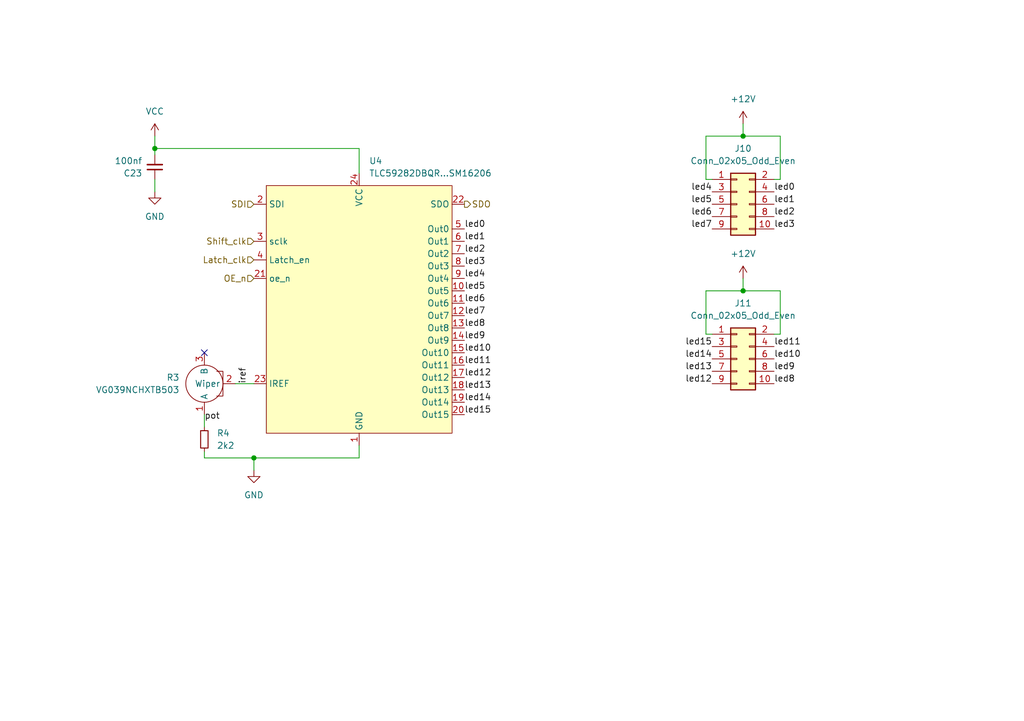
<source format=kicad_sch>
(kicad_sch (version 20211123) (generator eeschema)
  (paper "A5")
  (title_block (title "Kato Switchboard v2") (date "jan23") (rev "1") (company "Erwin Peterlin"))
  (lib_symbols
    (symbol "Connector_Generic:Conn_02x05_Odd_Even" (pin_names (offset 1.016) hide)
      (property "Reference" "J" (at 1.27 7.62 0))
      (property "Value" "Conn_02x05_Odd_Even" (at 1.27 -7.62 0))
      (symbol "Conn_02x05_Odd_Even_1_1"
        (rectangle (start -1.27 -4.953) (end 0 -5.207) (stroke (width 0.1524)))
        (rectangle (start -1.27 -2.413) (end 0 -2.667) (stroke (width 0.1524)))
        (rectangle (start -1.27 0.127) (end 0 -0.127) (stroke (width 0.1524)))
        (rectangle (start -1.27 2.667) (end 0 2.413) (stroke (width 0.1524)))
        (rectangle (start -1.27 5.207) (end 0 4.953) (stroke (width 0.1524)))
        (rectangle (start -1.27 6.35) (end 3.81 -6.35) (stroke (width 0.254)) (fill (type background)))
        (rectangle (start 3.81 -4.953) (end 2.54 -5.207) (stroke (width 0.1524)))
        (rectangle (start 3.81 -2.413) (end 2.54 -2.667) (stroke (width 0.1524)))
        (rectangle (start 3.81 0.127) (end 2.54 -0.127) (stroke (width 0.1524)))
        (rectangle (start 3.81 2.667) (end 2.54 2.413) (stroke (width 0.1524)))
        (rectangle (start 3.81 5.207) (end 2.54 4.953) (stroke (width 0.1524)))
        (pin passive line (at -5.08 5.08 0) (length 3.81) (name "Pin_1") (number "1"))
        (pin passive line (at 7.62 -5.08 180) (length 3.81) (name "Pin_10") (number "10"))
        (pin passive line (at 7.62 5.08 180) (length 3.81) (name "Pin_2") (number "2"))
        (pin passive line (at -5.08 2.54 0) (length 3.81) (name "Pin_3") (number "3"))
        (pin passive line (at 7.62 2.54 180) (length 3.81) (name "Pin_4") (number "4"))
        (pin passive line (at -5.08 0 0) (length 3.81) (name "Pin_5") (number "5"))
        (pin passive line (at 7.62 0 180) (length 3.81) (name "Pin_6") (number "6"))
        (pin passive line (at -5.08 -2.54 0) (length 3.81) (name "Pin_7") (number "7"))
        (pin passive line (at 7.62 -2.54 180) (length 3.81) (name "Pin_8") (number "8"))
        (pin passive line (at -5.08 -5.08 0) (length 3.81) (name "Pin_9") (number "9"))
      )
    )
    (symbol "Device:C_Small" (pin_numbers hide) (pin_names (offset 0.254) hide)
      (property "Reference" "C" (at 0.254 1.778 0))
      (property "Value" "C_Small" (at 0.254 -2.032 0))
      (symbol "C_Small_0_1"
        (polyline (pts (xy -1.524 -0.508) (xy 1.524 -0.508)) (stroke (width 0.3302)))
        (polyline (pts (xy -1.524 0.508) (xy 1.524 0.508)) (stroke (width 0.3048)))
      )
      (symbol "C_Small_1_1"
        (pin passive line (at 0 2.54 270) (length 2.032) (name "~") (number "1"))
        (pin passive line (at 0 -2.54 90) (length 2.032) (name "~") (number "2"))
      )
    )
    (symbol "Device:R_Small" (pin_numbers hide) (pin_names (offset 0.254) hide)
      (property "Reference" "R" (at 0.762 0.508 0))
      (property "Value" "R_Small" (at 0.762 -1.016 0))
      (symbol "R_Small_0_1"
        (rectangle (start -0.762 1.778) (end 0.762 -1.778) (stroke (width 0.2032)))
      )
      (symbol "R_Small_1_1"
        (pin passive line (at 0 2.54 270) (length 0.762) (name "~") (number "1"))
        (pin passive line (at 0 -2.54 90) (length 0.762) (name "~") (number "2"))
      )
    )
    (symbol "_my:TLC59282DBQR...SM16206"
      (property "Reference" "U" (at 40.64 -11.43 0))
      (property "Value" "TLC59282DBQR...SM16206" (at 35.56 -8.89 0))
      (symbol "TLC59282DBQR...SM16206_0_1"
        (rectangle (start 0 -12.7) (end 38.1 -63.5) (fill (type background)))
      )
      (symbol "TLC59282DBQR...SM16206_1_1"
        (pin power_in line (at 19.05 -66.04 90) (length 2.54) (name "GND") (number "1"))
        (pin open_collector line (at 40.64 -34.29 180) (length 2.54) (name "Out5") (number "10"))
        (pin open_collector line (at 40.64 -36.83 180) (length 2.54) (name "Out6") (number "11"))
        (pin open_collector line (at 40.64 -39.37 180) (length 2.54) (name "Out7") (number "12"))
        (pin open_collector line (at 40.64 -41.91 180) (length 2.54) (name "Out8") (number "13"))
        (pin open_collector line (at 40.64 -44.45 180) (length 2.54) (name "Out9") (number "14"))
        (pin open_collector line (at 40.64 -46.99 180) (length 2.54) (name "Out10") (number "15"))
        (pin open_collector line (at 40.64 -49.53 180) (length 2.54) (name "Out11") (number "16"))
        (pin open_collector line (at 40.64 -52.07 180) (length 2.54) (name "Out12") (number "17"))
        (pin open_collector line (at 40.64 -54.61 180) (length 2.54) (name "Out13") (number "18"))
        (pin open_collector line (at 40.64 -57.15 180) (length 2.54) (name "Out14") (number "19"))
        (pin input line (at -2.54 -16.51 0) (length 2.54) (name "SDI") (number "2"))
        (pin open_collector line (at 40.64 -59.69 180) (length 2.54) (name "Out15") (number "20"))
        (pin input line (at -2.54 -31.75 0) (length 2.54) (name "oe_n") (number "21"))
        (pin output line (at 40.64 -16.51 180) (length 2.54) (name "SDO") (number "22"))
        (pin bidirectional line (at -2.54 -53.34 0) (length 2.54) (name "IREF") (number "23"))
        (pin power_in line (at 19.05 -10.16 270) (length 2.54) (name "VCC") (number "24"))
        (pin input line (at -2.54 -24.13 0) (length 2.54) (name "sclk") (number "3"))
        (pin input line (at -2.54 -27.94 0) (length 2.54) (name "Latch_en") (number "4"))
        (pin open_collector line (at 40.64 -21.59 180) (length 2.54) (name "Out0") (number "5"))
        (pin open_collector line (at 40.64 -24.13 180) (length 2.54) (name "Out1") (number "6"))
        (pin open_collector line (at 40.64 -26.67 180) (length 2.54) (name "Out2") (number "7"))
        (pin open_collector line (at 40.64 -29.21 180) (length 2.54) (name "Out3") (number "8"))
        (pin open_collector line (at 40.64 -31.75 180) (length 2.54) (name "Out4") (number "9"))
      )
    )
    (symbol "_my:VG039NCHXT"
      (property "Reference" "R" (at 0 0 0))
      (property "Value" "VG039NCHXT" (at 0 2.54 0))
      (symbol "VG039NCHXT_0_1"
        (circle (center 0 -5.08) (radius 3.81))
        (polyline (pts (xy -2.54 -7.62) (xy -2.54 -8.89) (xy 2.54 -8.89) (xy 2.54 -7.62)))
      )
      (symbol "VG039NCHXT_1_1"
        (pin bidirectional line (at -6.35 -5.08 0) (length 2.54) (name "A") (number "1"))
        (pin bidirectional line (at 0 -11.43 90) (length 2.54) (name "Wiper") (number "2"))
        (pin bidirectional line (at 6.35 -5.08 180) (length 2.54) (name "B") (number "3"))
      )
    )
    (symbol "power:+12V" (power) (pin_names (offset 0))
      (property "Value" "+12V" (at 0 3.556 0))
      (symbol "+12V_0_1"
        (polyline (pts (xy -0.762 1.27) (xy 0 2.54)))
        (polyline (pts (xy 0 0) (xy 0 2.54)))
        (polyline (pts (xy 0 2.54) (xy 0.762 1.27)))
      )
      (symbol "+12V_1_1"
        (pin power_in line (at 0 0 90) (length 0) hide (name "+12V") (number "1"))
      )
    )
    (symbol "power:GND" (power) (pin_names (offset 0))
      (property "Value" "GND" (at 0 -3.81 0))
      (symbol "GND_0_1"
        (polyline (pts (xy 0 0) (xy 0 -1.27) (xy 1.27 -1.27) (xy 0 -2.54) (xy -1.27 -1.27) (xy 0 -1.27)))
      )
      (symbol "GND_1_1"
        (pin power_in line (at 0 0 270) (length 0) hide (name "GND") (number "1"))
      )
    )
    (symbol "power:VCC" (power) (pin_names (offset 0))
      (property "Value" "VCC" (at 0 3.81 0))
      (symbol "VCC_0_1"
        (polyline (pts (xy -0.762 1.27) (xy 0 2.54)))
        (polyline (pts (xy 0 0) (xy 0 2.54)))
        (polyline (pts (xy 0 2.54) (xy 0.762 1.27)))
      )
      (symbol "VCC_1_1"
        (pin power_in line (at 0 0 90) (length 0) hide (name "VCC") (number "1"))
      )
    )
  )
  (junction (at 31.75 30.48))
  (junction (at 52.07 93.98))
  (junction (at 152.4 59.69))
  (junction (at 152.4 27.94))
  (no_connect (at 41.91 72.39))
  (wire (pts (xy 160.02 27.94) (xy 160.02 36.83)))
  (wire (pts (xy 73.66 91.44) (xy 73.66 93.98)))
  (wire (pts (xy 144.78 59.69) (xy 152.4 59.69)))
  (wire (pts (xy 41.91 92.71) (xy 41.91 93.98)))
  (wire (pts (xy 160.02 68.58) (xy 158.75 68.58)))
  (wire (pts (xy 160.02 36.83) (xy 158.75 36.83)))
  (wire (pts (xy 160.02 59.69) (xy 160.02 68.58)))
  (wire (pts (xy 144.78 68.58) (xy 144.78 59.69)))
  (wire (pts (xy 146.05 68.58) (xy 144.78 68.58)))
  (wire (pts (xy 41.91 85.09) (xy 41.91 87.63)))
  (wire (pts (xy 146.05 36.83) (xy 144.78 36.83)))
  (wire (pts (xy 52.07 93.98) (xy 41.91 93.98)))
  (wire (pts (xy 52.07 93.98) (xy 52.07 96.52)))
  (wire (pts (xy 144.78 36.83) (xy 144.78 27.94)))
  (wire (pts (xy 152.4 59.69) (xy 152.4 57.15)))
  (wire (pts (xy 73.66 30.48) (xy 73.66 35.56)))
  (wire (pts (xy 48.26 78.74) (xy 52.07 78.74)))
  (wire (pts (xy 144.78 27.94) (xy 152.4 27.94)))
  (wire (pts (xy 31.75 30.48) (xy 31.75 31.75)))
  (wire (pts (xy 31.75 27.94) (xy 31.75 30.48)))
  (wire (pts (xy 152.4 27.94) (xy 152.4 25.4)))
  (wire (pts (xy 152.4 27.94) (xy 160.02 27.94)))
  (wire (pts (xy 31.75 30.48) (xy 73.66 30.48)))
  (wire (pts (xy 73.66 93.98) (xy 52.07 93.98)))
  (wire (pts (xy 31.75 36.83) (xy 31.75 39.37)))
  (wire (pts (xy 152.4 59.69) (xy 160.02 59.69)))
  (label "led6" (at 146.05 44.45 180))
  (label "led13" (at 146.05 76.2 180))
  (label "led12" (at 146.05 78.74 180))
  (label "led11" (at 158.75 71.12 0))
  (label "led8" (at 158.75 78.74 0))
  (label "led13" (at 95.25 80.01 0))
  (label "led9" (at 158.75 76.2 0))
  (label "led3" (at 95.25 54.61 0))
  (label "pot" (at 41.91 86.36 0))
  (label "led2" (at 95.25 52.07 0))
  (label "led8" (at 95.25 67.31 0))
  (label "iref" (at 50.8 78.74 90))
  (label "led14" (at 95.25 82.55 0))
  (label "led10" (at 158.75 73.66 0))
  (label "led4" (at 95.25 57.15 0))
  (label "led6" (at 95.25 62.23 0))
  (label "led0" (at 158.75 39.37 0))
  (label "led7" (at 146.05 46.99 180))
  (label "led2" (at 158.75 44.45 0))
  (label "led12" (at 95.25 77.47 0))
  (label "led15" (at 95.25 85.09 0))
  (label "led5" (at 146.05 41.91 180))
  (label "led0" (at 95.25 46.99 0))
  (label "led10" (at 95.25 72.39 0))
  (label "led1" (at 95.25 49.53 0))
  (label "led5" (at 95.25 59.69 0))
  (label "led3" (at 158.75 46.99 0))
  (label "led15" (at 146.05 71.12 180))
  (label "led7" (at 95.25 64.77 0))
  (label "led1" (at 158.75 41.91 0))
  (label "led11" (at 95.25 74.93 0))
  (label "led9" (at 95.25 69.85 0))
  (label "led14" (at 146.05 73.66 180))
  (label "led4" (at 146.05 39.37 180))
  (hierarchical_label "Latch_clk" (shape input) (at 52.07 53.34 180))
  (hierarchical_label "OE_n" (shape input) (at 52.07 57.15 180))
  (hierarchical_label "SDO" (shape output) (at 95.25 41.91 0))
  (hierarchical_label "SDI" (shape input) (at 52.07 41.91 180))
  (hierarchical_label "Shift_clk" (shape input) (at 52.07 49.53 180))
  (symbol (lib_id "Connector_Generic:Conn_02x05_Odd_Even") (at 151.13 41.91 0) (unit 1)
    (property "Reference" "J10" (at 152.4 30.48 0))
    (property "Value" "Conn_02x05_Odd_Even" (at 152.4 33.02 0))
    (property "Footprint" "Connector_PinHeader_2.54mm:PinHeader_2x05_P2.54mm_Vertical" (effects hide))
  )
  (symbol (lib_id "power:+12V") (at 152.4 25.4 0) (unit 1)
    (property "Reference" "#PWR026" (effects hide))
    (property "Value" "+12V" (at 152.4 20.32 0))
  )
  (symbol (lib_id "_my:TLC59282DBQR...SM16206") (at 54.61 25.4 0) (unit 1)
    (property "Reference" "U4" (at 75.6794 33.02 0) (effects (justify left)))
    (property "Value" "TLC59282DBQR...SM16206" (at 75.6794 35.56 0) (effects (justify left)))
    (property "Footprint" "_my:QSOP-24_3.9x8.7mm_P0.635mm_rounded_pads" (effects hide))
    (property "Datasheet" "https://www.ti.com/lit/ds/symlink/tlc59282.pdf" (effects hide))
  )
  (symbol (lib_id "Connector_Generic:Conn_02x05_Odd_Even") (at 151.13 73.66 0) (unit 1)
    (property "Reference" "J11" (at 152.4 62.23 0))
    (property "Value" "Conn_02x05_Odd_Even" (at 152.4 64.77 0))
    (property "Footprint" "Connector_PinHeader_2.54mm:PinHeader_2x05_P2.54mm_Vertical" (effects hide))
  )
  (symbol (lib_id "Device:C_Small") (at 31.75 34.29 180) (unit 1)
    (property "Reference" "C23" (at 29.21 35.5538 0) (effects (justify left)))
    (property "Value" "100nf" (at 29.21 33.02 0) (effects (justify left)))
    (property "Footprint" "Capacitor_SMD:C_0603_1608Metric" (effects hide))
  )
  (symbol (lib_id "Device:R_Small") (at 41.91 90.17 0) (unit 1)
    (property "Reference" "R4" (at 44.45 88.8999 0) (effects (justify left)))
    (property "Value" "2k2" (at 44.45 91.44 0) (effects (justify left)))
    (property "Footprint" "Resistor_SMD:R_0402_1005Metric" (effects hide))
  )
  (symbol (lib_id "power:+12V") (at 152.4 57.15 0) (unit 1)
    (property "Reference" "#PWR029" (effects hide))
    (property "Value" "+12V" (at 152.4 52.07 0))
  )
  (symbol (lib_id "power:GND") (at 52.07 96.52 0) (unit 1)
    (property "Reference" "#PWR030" (effects hide))
    (property "Value" "GND" (at 52.07 101.6 0))
  )
  (symbol (lib_id "power:VCC") (at 31.75 27.94 0) (unit 1)
    (property "Reference" "#PWR027" (effects hide))
    (property "Value" "VCC" (at 31.75 22.86 0))
  )
  (symbol (lib_id "_my:VG039NCHXT") (at 36.83 78.74 90) (unit 1)
    (property "Reference" "R3" (at 36.83 77.4699 90) (effects (justify left)))
    (property "Value" "VG039NCHXTB503" (at 36.83 80.0099 90) (effects (justify left)))
    (property "Footprint" "_my:VG039NCHXT" (effects hide))
  )
  (symbol (lib_id "power:GND") (at 31.75 39.37 0) (unit 1)
    (property "Reference" "#PWR028" (effects hide))
    (property "Value" "GND" (at 31.75 44.45 0))
  )
)
</source>
